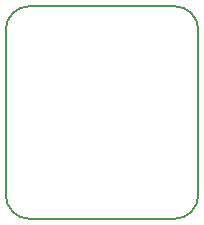
<source format=gbr>
G04 #@! TF.GenerationSoftware,KiCad,Pcbnew,5.1.6-c6e7f7d~86~ubuntu20.04.1*
G04 #@! TF.CreationDate,2020-05-17T01:14:19+03:00*
G04 #@! TF.ProjectId,BRK-SC-70-6,42524b2d-5343-42d3-9730-2d362e6b6963,v1.1*
G04 #@! TF.SameCoordinates,Original*
G04 #@! TF.FileFunction,Profile,NP*
%FSLAX46Y46*%
G04 Gerber Fmt 4.6, Leading zero omitted, Abs format (unit mm)*
G04 Created by KiCad (PCBNEW 5.1.6-c6e7f7d~86~ubuntu20.04.1) date 2020-05-17 01:14:19*
%MOMM*%
%LPD*%
G01*
G04 APERTURE LIST*
G04 #@! TA.AperFunction,Profile*
%ADD10C,0.150000*%
G04 #@! TD*
G04 APERTURE END LIST*
D10*
X53000000Y-68000000D02*
G75*
G02*
X51000000Y-66000000I0J2000000D01*
G01*
X67300000Y-66000000D02*
G75*
G02*
X65300000Y-68000000I-2000000J0D01*
G01*
X65300000Y-50000000D02*
G75*
G02*
X67300000Y-52000000I0J-2000000D01*
G01*
X51000000Y-52000000D02*
G75*
G02*
X53000000Y-50000000I2000000J0D01*
G01*
X65300000Y-68000000D02*
X53000000Y-68000000D01*
X67300000Y-52000000D02*
X67300000Y-66000000D01*
X53000000Y-50000000D02*
X65300000Y-50000000D01*
X51000000Y-66000000D02*
X51000000Y-52000000D01*
M02*

</source>
